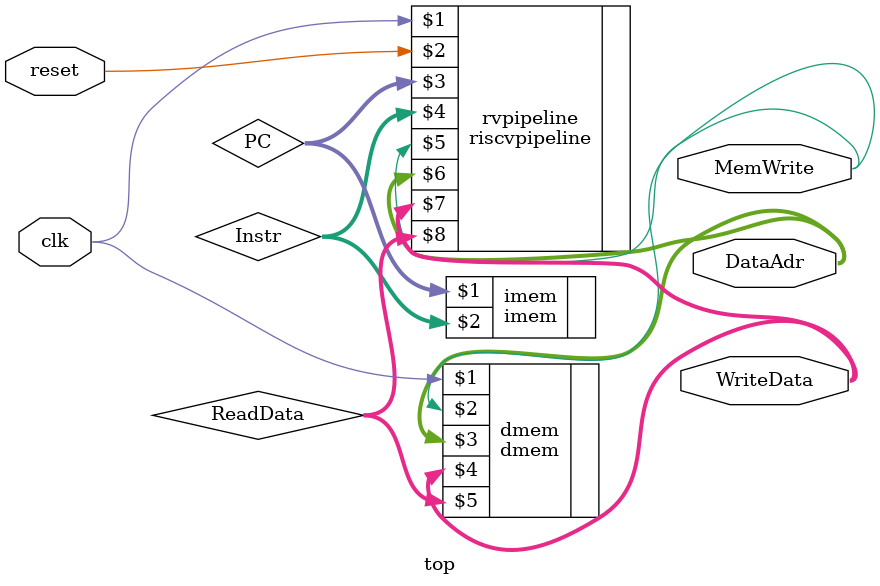
<source format=v>
module top(input         clk, reset, 
           output [31:0] WriteData, DataAdr, 
           output        MemWrite);

  wire [31:0] PC, Instr, ReadData;
  
  // instantiate processor and memories
  riscvpipeline rvpipeline(clk, reset, PC, Instr, MemWrite, DataAdr, 
                       WriteData, ReadData);
  imem imem(PC, Instr);
  dmem dmem(clk, MemWrite, DataAdr, WriteData, ReadData);
endmodule
</source>
